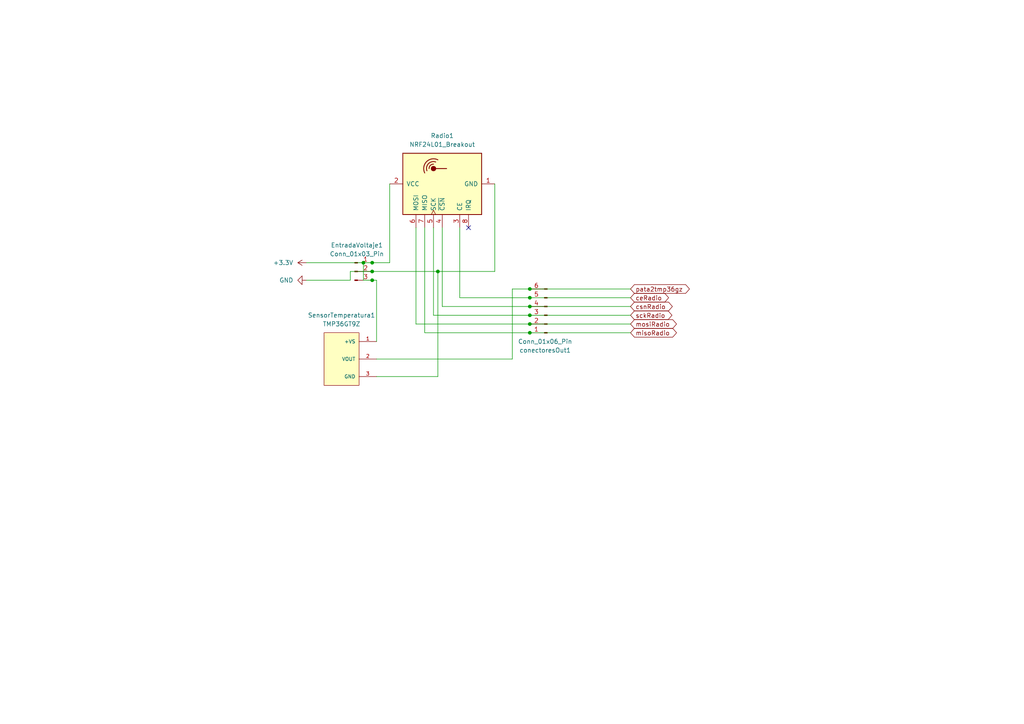
<source format=kicad_sch>
(kicad_sch (version 20231120) (generator "eeschema") (generator_version "8.0")
  (paper "A4")
  (lib_symbols
    (symbol "Connector:Conn_01x03_Pin" (pin_names (offset 1.016) hide)
      (property "Reference" "J" (at 0 5.08 0))
      (property "Value" "Conn_01x03_Pin" (at 0 -5.08 0))
      (symbol "Conn_01x03_Pin_1_1"
        (polyline (pts (xy 1.27 -2.54) (xy 0.8636 -2.54)) (stroke (width 0.1524)))
        (polyline (pts (xy 1.27 0) (xy 0.8636 0)) (stroke (width 0.1524)))
        (polyline (pts (xy 1.27 2.54) (xy 0.8636 2.54)) (stroke (width 0.1524)))
        (rectangle (start 0.8636 -2.413) (end 0 -2.667) (stroke (width 0.1524)) (fill (type outline)))
        (rectangle (start 0.8636 0.127) (end 0 -0.127) (stroke (width 0.1524)) (fill (type outline)))
        (rectangle (start 0.8636 2.667) (end 0 2.413) (stroke (width 0.1524)) (fill (type outline)))
        (pin passive line (at 5.08 2.54 180) (length 3.81) (name "Pin_1") (number "1"))
        (pin passive line (at 5.08 0 180) (length 3.81) (name "Pin_2") (number "2"))
        (pin passive line (at 5.08 -2.54 180) (length 3.81) (name "Pin_3") (number "3"))
      )
    )
    (symbol "Connector:Conn_01x06_Pin" (pin_names (offset 1.016) hide)
      (property "Reference" "J" (at 0 7.62 0))
      (property "Value" "Conn_01x06_Pin" (at 0 -10.16 0))
      (symbol "Conn_01x06_Pin_1_1"
        (polyline (pts (xy 1.27 -7.62) (xy 0.8636 -7.62)) (stroke (width 0.1524)))
        (polyline (pts (xy 1.27 -5.08) (xy 0.8636 -5.08)) (stroke (width 0.1524)))
        (polyline (pts (xy 1.27 -2.54) (xy 0.8636 -2.54)) (stroke (width 0.1524)))
        (polyline (pts (xy 1.27 0) (xy 0.8636 0)) (stroke (width 0.1524)))
        (polyline (pts (xy 1.27 2.54) (xy 0.8636 2.54)) (stroke (width 0.1524)))
        (polyline (pts (xy 1.27 5.08) (xy 0.8636 5.08)) (stroke (width 0.1524)))
        (rectangle (start 0.8636 -7.493) (end 0 -7.747) (stroke (width 0.1524)) (fill (type outline)))
        (rectangle (start 0.8636 -4.953) (end 0 -5.207) (stroke (width 0.1524)) (fill (type outline)))
        (rectangle (start 0.8636 -2.413) (end 0 -2.667) (stroke (width 0.1524)) (fill (type outline)))
        (rectangle (start 0.8636 0.127) (end 0 -0.127) (stroke (width 0.1524)) (fill (type outline)))
        (rectangle (start 0.8636 2.667) (end 0 2.413) (stroke (width 0.1524)) (fill (type outline)))
        (rectangle (start 0.8636 5.207) (end 0 4.953) (stroke (width 0.1524)) (fill (type outline)))
        (pin passive line (at 5.08 5.08 180) (length 3.81) (name "Pin_1") (number "1"))
        (pin passive line (at 5.08 2.54 180) (length 3.81) (name "Pin_2") (number "2"))
        (pin passive line (at 5.08 0 180) (length 3.81) (name "Pin_3") (number "3"))
        (pin passive line (at 5.08 -2.54 180) (length 3.81) (name "Pin_4") (number "4"))
        (pin passive line (at 5.08 -5.08 180) (length 3.81) (name "Pin_5") (number "5"))
        (pin passive line (at 5.08 -7.62 180) (length 3.81) (name "Pin_6") (number "6"))
      )
    )
    (symbol "RF:NRF24L01_Breakout" (pin_names (offset 1.016))
      (property "Reference" "U" (at -8.89 12.7 0))
      (property "Value" "NRF24L01_Breakout" (at 3.81 12.7 0))
      (symbol "NRF24L01_Breakout_0_1"
        (rectangle (start -8.89 11.43) (end 8.89 -11.43) (stroke (width 0.254)) (fill (type background)))
        (polyline (pts (xy 4.445 1.905) (xy 4.445 -1.27)) (stroke (width 0.254)))
        (circle (center 4.445 2.54) (radius 0.635) (stroke (width 0.254)) (fill (type outline)))
        (arc (start 5.715 2.54) (mid 5.3521 3.4546) (end 4.445 3.81) (stroke (width 0.254)))
        (arc (start 6.35 1.905) (mid 5.8763 3.9854) (end 3.81 4.445) (stroke (width 0.254)))
        (arc (start 6.985 1.27) (mid 6.453 4.548) (end 3.175 5.08) (stroke (width 0.254)))
      )
      (symbol "NRF24L01_Breakout_1_1"
        (pin power_in line (at 0 -15.24 90) (length 3.81) (name "GND") (number "1"))
        (pin power_in line (at 0 15.24 270) (length 3.81) (name "VCC") (number "2"))
        (pin input line (at -12.7 -5.08 0) (length 3.81) (name "CE") (number "3"))
        (pin input line (at -12.7 0 0) (length 3.81) (name "~{CSN}") (number "4"))
        (pin input clock (at -12.7 2.54 0) (length 3.81) (name "SCK") (number "5"))
        (pin input line (at -12.7 7.62 0) (length 3.81) (name "MOSI") (number "6"))
        (pin output line (at -12.7 5.08 0) (length 3.81) (name "MISO") (number "7"))
        (pin output line (at -12.7 -7.62 0) (length 3.81) (name "IRQ") (number "8"))
      )
    )
    (symbol "power:+3.3V" (power) (pin_numbers hide) (pin_names (offset 0) hide)
      (property "Value" "+3.3V" (at 0 3.556 0))
      (symbol "+3.3V_0_1"
        (polyline (pts (xy -0.762 1.27) (xy 0 2.54)))
        (polyline (pts (xy 0 0) (xy 0 2.54)))
        (polyline (pts (xy 0 2.54) (xy 0.762 1.27)))
      )
      (symbol "+3.3V_1_1"
        (pin power_in line (at 0 0 90) (length 0) (name "~") (number "1"))
      )
    )
    (symbol "power:GND" (power) (pin_numbers hide) (pin_names (offset 0) hide)
      (property "Value" "GND" (at 0 -3.81 0))
      (symbol "GND_0_1"
        (polyline (pts (xy 0 0) (xy 0 -1.27) (xy 1.27 -1.27) (xy 0 -2.54) (xy -1.27 -1.27) (xy 0 -1.27)))
      )
      (symbol "GND_1_1"
        (pin power_in line (at 0 0 270) (length 0) (name "~") (number "1"))
      )
    )
    (symbol "tempSensor:TMP36GT9Z" (pin_names (offset 1.016))
      (property "Reference" "U" (at -5.08 8.128 0))
      (property "Value" "TMP36GT9Z" (at -5.08 -10.16 0))
      (symbol "TMP36GT9Z_0_0"
        (rectangle (start -5.08 -7.62) (end 5.08 7.62) (stroke (width 0.1524)) (fill (type background)))
        (pin power_in line (at 10.16 5.08 180) (length 5.08) (name "+VS") (number "1"))
        (pin output line (at 10.16 0 180) (length 5.08) (name "VOUT") (number "2"))
        (pin power_in line (at 10.16 -5.08 180) (length 5.08) (name "GND") (number "3"))
      )
    )
  )
  (junction (at 107.95 81.28))
  (junction (at 153.67 96.52))
  (junction (at 153.67 93.98))
  (junction (at 105.41 76.2))
  (junction (at 153.67 83.82))
  (junction (at 107.95 76.2))
  (junction (at 107.95 78.74))
  (junction (at 153.67 88.9))
  (junction (at 127 78.74))
  (junction (at 153.67 86.36))
  (junction (at 153.67 91.44))
  (no_connect (at 135.89 66.04))
  (wire (pts (xy 128.27 88.9) (xy 153.67 88.9)))
  (wire (pts (xy 128.27 88.9) (xy 128.27 66.04)))
  (wire (pts (xy 153.67 91.44) (xy 182.88 91.44)))
  (wire (pts (xy 107.95 78.74) (xy 127 78.74)))
  (wire (pts (xy 125.73 91.44) (xy 125.73 66.04)))
  (wire (pts (xy 153.67 96.52) (xy 182.88 96.52)))
  (wire (pts (xy 88.9 76.2) (xy 105.41 76.2)))
  (wire (pts (xy 120.65 93.98) (xy 120.65 66.04)))
  (wire (pts (xy 125.73 91.44) (xy 153.67 91.44)))
  (wire (pts (xy 109.22 99.06) (xy 109.22 81.28)))
  (wire (pts (xy 153.67 93.98) (xy 182.88 93.98)))
  (wire (pts (xy 123.19 96.52) (xy 123.19 66.04)))
  (wire (pts (xy 105.41 76.2) (xy 107.95 76.2)))
  (wire (pts (xy 153.67 93.98) (xy 120.65 93.98)))
  (wire (pts (xy 105.41 81.28) (xy 105.41 76.2)))
  (wire (pts (xy 88.9 81.28) (xy 101.6 81.28)))
  (wire (pts (xy 127 78.74) (xy 143.51 78.74)))
  (wire (pts (xy 101.6 81.28) (xy 101.6 78.74)))
  (wire (pts (xy 143.51 53.34) (xy 143.51 78.74)))
  (wire (pts (xy 107.95 81.28) (xy 109.22 81.28)))
  (wire (pts (xy 123.19 96.52) (xy 153.67 96.52)))
  (wire (pts (xy 148.59 83.82) (xy 153.67 83.82)))
  (wire (pts (xy 153.67 86.36) (xy 182.88 86.36)))
  (wire (pts (xy 105.41 81.28) (xy 107.95 81.28)))
  (wire (pts (xy 148.59 104.14) (xy 148.59 83.82)))
  (wire (pts (xy 153.67 88.9) (xy 182.88 88.9)))
  (wire (pts (xy 101.6 78.74) (xy 107.95 78.74)))
  (wire (pts (xy 109.22 104.14) (xy 148.59 104.14)))
  (wire (pts (xy 153.67 86.36) (xy 133.35 86.36)))
  (wire (pts (xy 107.95 76.2) (xy 113.03 76.2)))
  (wire (pts (xy 153.67 83.82) (xy 182.88 83.82)))
  (wire (pts (xy 127 109.22) (xy 127 78.74)))
  (wire (pts (xy 133.35 86.36) (xy 133.35 66.04)))
  (wire (pts (xy 113.03 53.34) (xy 113.03 76.2)))
  (wire (pts (xy 109.22 109.22) (xy 127 109.22)))
  (global_label "sckRadio" (shape bidirectional) (at 182.88 91.44 0) (property "Intersheetrefs" "${INTERSHEET_REFS}" (effects (hide yes))))
  (global_label "ceRadio" (shape bidirectional) (at 182.88 86.36 0) (property "Intersheetrefs" "${INTERSHEET_REFS}" (effects (hide yes))))
  (global_label "misoRadio" (shape bidirectional) (at 182.88 96.52 0) (property "Intersheetrefs" "${INTERSHEET_REFS}" (effects (hide yes))))
  (global_label "csnRadio" (shape bidirectional) (at 182.88 88.9 0) (property "Intersheetrefs" "${INTERSHEET_REFS}" (effects (hide yes))))
  (global_label "pata2tmp36gz" (shape bidirectional) (at 182.88 83.82 0) (property "Intersheetrefs" "${INTERSHEET_REFS}" (effects (hide yes))))
  (global_label "mosiRadio" (shape bidirectional) (at 182.88 93.98 0) (property "Intersheetrefs" "${INTERSHEET_REFS}" (effects (hide yes))))
  (symbol (lib_id "Connector:Conn_01x03_Pin") (at 102.87 78.74 0) (unit 1)
    (property "Reference" "EntradaVoltaje1" (at 103.505 71.12 0))
    (property "Value" "Conn_01x03_Pin" (at 103.505 73.66 0))
    (property "Footprint" "Connector_JST:JST_EH_B3B-EH-A_1x03_P2.50mm_Vertical" (effects (hide yes)))
    (property "Description" "Generic connector, single row, 01x03, script generated" (effects (hide yes)))
  )
  (symbol (lib_id "power:GND") (at 88.9 81.28 270) (unit 1)
    (property "Reference" "#PWR02" (effects (hide yes)))
    (property "Value" "GND" (at 85.09 81.2799 90) (effects (justify right)))
    (property "Description" "Power symbol creates a global label with name \"GND\" , ground" (effects (hide yes)))
  )
  (symbol (lib_id "power:+3.3V") (at 88.9 76.2 90) (unit 1)
    (property "Reference" "#PWR01" (effects (hide yes)))
    (property "Value" "+3.3V" (at 85.09 76.1999 90) (effects (justify left)))
    (property "Description" "Power symbol creates a global label with name \"+3.3V\"" (effects (hide yes)))
  )
  (symbol (lib_id "Connector:Conn_01x06_Pin") (at 158.75 91.44 180) (unit 1)
    (property "Reference" "conectoresOut1" (at 158.115 101.6 0))
    (property "Value" "Conn_01x06_Pin" (at 158.115 99.06 0))
    (property "Footprint" "Connector_Molex:Molex_KK-254_AE-6410-06A_1x06_P2.54mm_Vertical" (effects (hide yes)))
    (property "Description" "Generic connector, single row, 01x06, script generated" (effects (hide yes)))
  )
  (symbol (lib_id "tempSensor:TMP36GT9Z") (at 99.06 104.14 0) (unit 1)
    (property "Reference" "SensorTemperatura1" (at 99.06 91.44 0))
    (property "Value" "TMP36GT9Z" (at 99.06 93.98 0))
    (property "Footprint" "Package_TO_SOT_THT:TO-92" (effects (hide yes)))
    (property "MF" "Analog Devices" (effects (hide yes)))
    (property "Description_1" "\nVoltage Output Temperature Sensors\n" (effects (hide yes)))
    (property "Package" "TO-3 Analog Devices" (effects (hide yes)))
    (property "Price" "None" (effects (hide yes)))
    (property "Check_prices" "https://www.snapeda.com/parts/TMP36GT9Z/Analog+Devices/view-part/?ref=eda" (effects (hide yes)))
    (property "STANDARD" "IPC-7251" (effects (hide yes)))
    (property "PARTREV" "H" (effects (hide yes)))
    (property "SnapEDA_Link" "https://www.snapeda.com/parts/TMP36GT9Z/Analog+Devices/view-part/?ref=snap" (effects (hide yes)))
    (property "MP" "TMP36GT9Z" (effects (hide yes)))
    (property "Availability" "In Stock" (effects (hide yes)))
    (property "MANUFACTURER" "Analog Devices" (effects (hide yes)))
  )
  (symbol (lib_id "RF:NRF24L01_Breakout") (at 128.27 53.34 90) (unit 1)
    (property "Reference" "Radio1" (at 128.27 39.37 90))
    (property "Value" "NRF24L01_Breakout" (at 128.27 41.91 90))
    (property "Footprint" "RF_Module:nRF24L01_Breakout" (effects (hide yes)))
    (property "Datasheet" "http://www.nordicsemi.com/eng/content/download/2730/34105/file/nRF24L01_Product_Specification_v2_0.pdf" (effects (hide yes)))
    (property "Description" "Ultra low power 2.4GHz RF Transceiver, Carrier PCB" (effects (hide yes)))
  )
)
</source>
